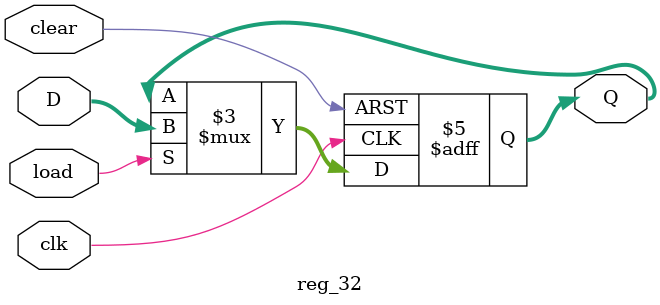
<source format=v>
`timescale 1ns / 1ps


module reg_32(
    input clk,
    input [31:0]D,
    input clear,
    input load,
    output reg[31:0]Q
    );

always @(posedge clk or posedge clear) begin
if (clear) Q<=0;
else
    if (load) Q<=D;
    else Q<=Q;
end

endmodule

</source>
